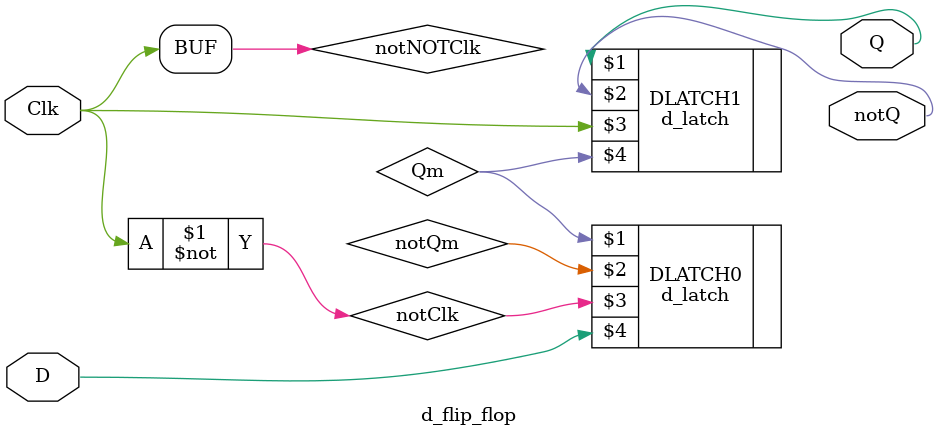
<source format=v>
`timescale 1ns / 1ps
`default_nettype none

module d_flip_flop(Q,notQ,Clk,D);
    //declare all ports
    output wire Q,notQ; //output of slave
    input wire Clk,D;
    //intermediate nets
    wire notClk;
    wire notNOTClk;
    wire Qm;    //output of master
    wire notQm; //notQM is used in instantiation
                //but left unconnected
    
    //instantiate NOT gates wtih 2ns delay
    assign #2 notClk = ~Clk;
    assign #2 notNOTClk = ~notClk;
    
    //instantiate the D-latches
    d_latch DLATCH0(Qm,notQm,notClk,D);
    d_latch DLATCH1(Q,notQ,notNOTClk,Qm);

endmodule
</source>
